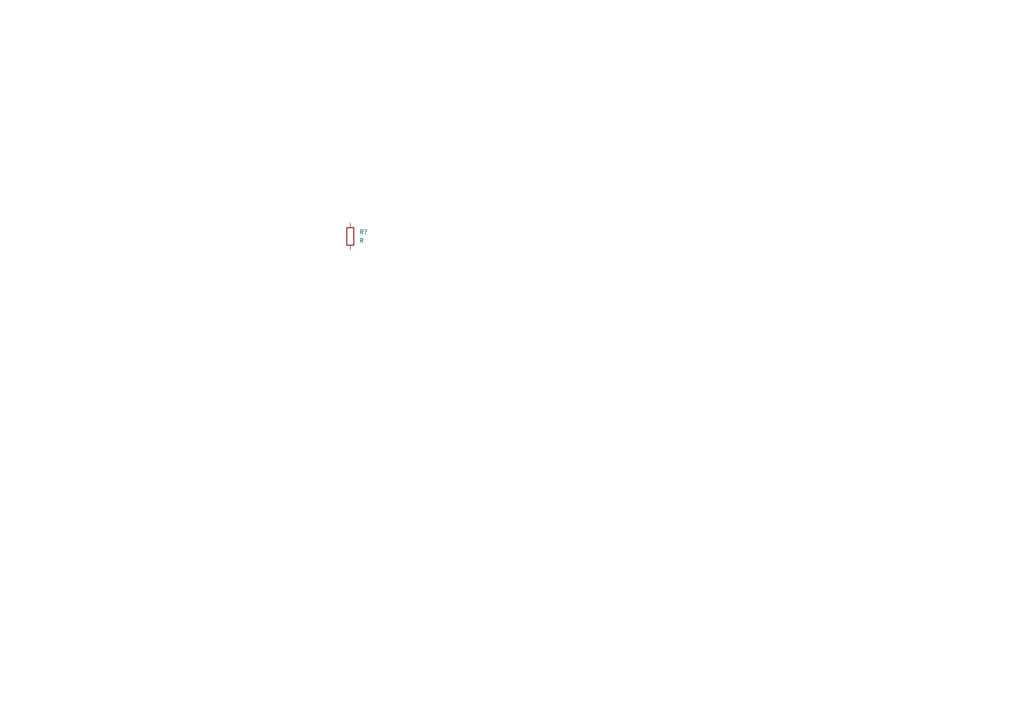
<source format=kicad_sch>
(kicad_sch (version 20211123) (generator eeschema)
  (paper "A4")
  (lib_symbols
    (symbol "Device:R" (pin_numbers hide) (pin_names (offset 0))
      (property "Reference" "R" (at 2.032 0 90))
      (property "Value" "R" (at 0 0 90))
      (symbol "R_0_1"
        (rectangle (start -1.016 -2.54) (end 1.016 2.54) (stroke (width 0.254)))
      )
      (symbol "R_1_1"
        (pin passive line (at 0 3.81 270) (length 1.27) (name "~") (number "1"))
        (pin passive line (at 0 -3.81 90) (length 1.27) (name "~") (number "2"))
      )
    )
  )
  (symbol (lib_id "Device:R") (at 101.6 68.58 0) (unit 1)
    (property "Reference" "R?" (at 104.14 67.3099 0) (effects (justify left)))
    (property "Value" "R" (at 104.14 69.8499 0) (effects (justify left)))
  )
)
</source>
